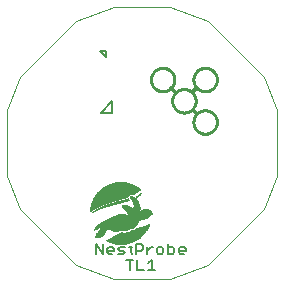
<source format=gto>
G75*
%MOIN*%
%OFA0B0*%
%FSLAX25Y25*%
%IPPOS*%
%LPD*%
%AMOC8*
5,1,8,0,0,1.08239X$1,22.5*
%
%ADD10C,0.00100*%
%ADD11R,0.02170X0.00084*%
%ADD12R,0.03670X0.00083*%
%ADD13R,0.04330X0.00083*%
%ADD14R,0.05170X0.00084*%
%ADD15R,0.05670X0.00083*%
%ADD16R,0.06250X0.00083*%
%ADD17R,0.06670X0.00084*%
%ADD18R,0.07170X0.00083*%
%ADD19R,0.07670X0.00083*%
%ADD20R,0.08020X0.00084*%
%ADD21R,0.08420X0.00083*%
%ADD22R,0.08763X0.00083*%
%ADD23R,0.09133X0.00084*%
%ADD24R,0.09503X0.00083*%
%ADD25R,0.09773X0.00083*%
%ADD26R,0.09883X0.00084*%
%ADD27R,0.09763X0.00083*%
%ADD28R,0.09783X0.00083*%
%ADD29R,0.09713X0.00084*%
%ADD30R,0.09700X0.00083*%
%ADD31R,0.09720X0.00083*%
%ADD32R,0.09670X0.00084*%
%ADD33R,0.09580X0.00083*%
%ADD34R,0.09670X0.00083*%
%ADD35R,0.09580X0.00084*%
%ADD36R,0.09500X0.00084*%
%ADD37R,0.01420X0.00083*%
%ADD38R,0.09500X0.00083*%
%ADD39R,0.01840X0.00083*%
%ADD40R,0.09410X0.00083*%
%ADD41R,0.02090X0.00084*%
%ADD42R,0.09420X0.00084*%
%ADD43R,0.02340X0.00083*%
%ADD44R,0.09330X0.00083*%
%ADD45R,0.02420X0.00083*%
%ADD46R,0.09340X0.00083*%
%ADD47R,0.02590X0.00084*%
%ADD48R,0.09250X0.00084*%
%ADD49R,0.02760X0.00083*%
%ADD50R,0.09160X0.00083*%
%ADD51R,0.02750X0.00083*%
%ADD52R,0.09090X0.00083*%
%ADD53R,0.02830X0.00084*%
%ADD54R,0.09000X0.00084*%
%ADD55R,0.02920X0.00083*%
%ADD56R,0.08910X0.00083*%
%ADD57R,0.02920X0.00083*%
%ADD58R,0.08840X0.00083*%
%ADD59R,0.03000X0.00084*%
%ADD60R,0.08750X0.00084*%
%ADD61R,0.03000X0.00083*%
%ADD62R,0.08660X0.00083*%
%ADD63R,0.08590X0.00083*%
%ADD64R,0.08500X0.00084*%
%ADD65R,0.08250X0.00083*%
%ADD66R,0.02910X0.00084*%
%ADD67R,0.08000X0.00084*%
%ADD68R,0.00500X0.00083*%
%ADD69R,0.06420X0.00083*%
%ADD70R,0.06080X0.00083*%
%ADD71R,0.02840X0.00084*%
%ADD72R,0.05920X0.00084*%
%ADD73R,0.02830X0.00083*%
%ADD74R,0.05750X0.00083*%
%ADD75R,0.05580X0.00083*%
%ADD76R,0.02750X0.00084*%
%ADD77R,0.00500X0.00084*%
%ADD78R,0.05580X0.00084*%
%ADD79R,0.02670X0.00083*%
%ADD80R,0.01250X0.00083*%
%ADD81R,0.05510X0.00083*%
%ADD82R,0.02580X0.00083*%
%ADD83R,0.01750X0.00083*%
%ADD84R,0.05420X0.00083*%
%ADD85R,0.02500X0.00084*%
%ADD86R,0.02170X0.00084*%
%ADD87R,0.01000X0.00084*%
%ADD88R,0.05420X0.00084*%
%ADD89R,0.02420X0.00083*%
%ADD90R,0.02500X0.00083*%
%ADD91R,0.01410X0.00083*%
%ADD92R,0.04660X0.00083*%
%ADD93R,0.00330X0.00084*%
%ADD94R,0.02580X0.00084*%
%ADD95R,0.04420X0.00084*%
%ADD96R,0.00920X0.00083*%
%ADD97R,0.00750X0.00083*%
%ADD98R,0.01580X0.00083*%
%ADD99R,0.06000X0.00083*%
%ADD100R,0.04250X0.00083*%
%ADD101R,0.01160X0.00083*%
%ADD102R,0.00410X0.00083*%
%ADD103R,0.02080X0.00083*%
%ADD104R,0.04080X0.00083*%
%ADD105R,0.01250X0.00084*%
%ADD106R,0.00250X0.00084*%
%ADD107R,0.08920X0.00084*%
%ADD108R,0.04000X0.00084*%
%ADD109R,0.09170X0.00083*%
%ADD110R,0.03910X0.00083*%
%ADD111R,0.01420X0.00083*%
%ADD112R,0.03840X0.00083*%
%ADD113R,0.01500X0.00084*%
%ADD114R,0.09660X0.00084*%
%ADD115R,0.03800X0.00084*%
%ADD116R,0.10750X0.00083*%
%ADD117R,0.03687X0.00083*%
%ADD118R,0.11170X0.00083*%
%ADD119R,0.03397X0.00083*%
%ADD120R,0.01010X0.00084*%
%ADD121R,0.11500X0.00084*%
%ADD122R,0.03117X0.00084*%
%ADD123R,0.00830X0.00083*%
%ADD124R,0.11750X0.00083*%
%ADD125R,0.02917X0.00083*%
%ADD126R,0.00660X0.00083*%
%ADD127R,0.11910X0.00083*%
%ADD128R,0.02627X0.00083*%
%ADD129R,0.12170X0.00084*%
%ADD130R,0.02417X0.00084*%
%ADD131R,0.00340X0.00083*%
%ADD132R,0.12410X0.00083*%
%ADD133R,0.02207X0.00083*%
%ADD134R,0.00160X0.00083*%
%ADD135R,0.12590X0.00083*%
%ADD136R,0.01970X0.00083*%
%ADD137R,0.12750X0.00084*%
%ADD138R,0.01680X0.00084*%
%ADD139R,0.12910X0.00083*%
%ADD140R,0.01470X0.00083*%
%ADD141R,0.13090X0.00083*%
%ADD142R,0.01277X0.00083*%
%ADD143R,0.13170X0.00084*%
%ADD144R,0.01057X0.00084*%
%ADD145R,0.13250X0.00083*%
%ADD146R,0.00937X0.00083*%
%ADD147R,0.13330X0.00083*%
%ADD148R,0.00727X0.00083*%
%ADD149R,0.13250X0.00084*%
%ADD150R,0.00487X0.00084*%
%ADD151R,0.13170X0.00083*%
%ADD152R,0.13000X0.00083*%
%ADD153R,0.12920X0.00084*%
%ADD154R,0.12750X0.00083*%
%ADD155R,0.12580X0.00084*%
%ADD156R,0.12420X0.00083*%
%ADD157R,0.12340X0.00084*%
%ADD158R,0.12250X0.00083*%
%ADD159R,0.12080X0.00083*%
%ADD160R,0.11920X0.00084*%
%ADD161R,0.11580X0.00084*%
%ADD162R,0.11410X0.00083*%
%ADD163R,0.00170X0.00083*%
%ADD164R,0.11330X0.00083*%
%ADD165R,0.00250X0.00083*%
%ADD166R,0.11160X0.00084*%
%ADD167R,0.00340X0.00084*%
%ADD168R,0.11000X0.00083*%
%ADD169R,0.10830X0.00083*%
%ADD170R,0.00670X0.00083*%
%ADD171R,0.10670X0.00084*%
%ADD172R,0.00920X0.00084*%
%ADD173R,0.10500X0.00083*%
%ADD174R,0.01170X0.00083*%
%ADD175R,0.10330X0.00083*%
%ADD176R,0.01760X0.00083*%
%ADD177R,0.10160X0.00084*%
%ADD178R,0.10000X0.00083*%
%ADD179R,0.09830X0.00083*%
%ADD180R,0.02590X0.00083*%
%ADD181R,0.09250X0.00083*%
%ADD182R,0.09160X0.00084*%
%ADD183R,0.03090X0.00084*%
%ADD184R,0.03170X0.00083*%
%ADD185R,0.08750X0.00083*%
%ADD186R,0.03250X0.00083*%
%ADD187R,0.05250X0.00084*%
%ADD188R,0.03080X0.00084*%
%ADD189R,0.03420X0.00084*%
%ADD190R,0.05000X0.00083*%
%ADD191R,0.03080X0.00083*%
%ADD192R,0.03500X0.00083*%
%ADD193R,0.04670X0.00083*%
%ADD194R,0.03580X0.00083*%
%ADD195R,0.04250X0.00084*%
%ADD196R,0.03750X0.00084*%
%ADD197R,0.04000X0.00083*%
%ADD198R,0.03090X0.00083*%
%ADD199R,0.03830X0.00083*%
%ADD200R,0.03160X0.00084*%
%ADD201R,0.04090X0.00084*%
%ADD202R,0.04340X0.00083*%
%ADD203R,0.02170X0.00083*%
%ADD204R,0.03160X0.00083*%
%ADD205R,0.04750X0.00083*%
%ADD206R,0.01410X0.00084*%
%ADD207R,0.04920X0.00084*%
%ADD208R,0.04920X0.00083*%
%ADD209R,0.04910X0.00083*%
%ADD210R,0.03170X0.00084*%
%ADD211R,0.05000X0.00084*%
%ADD212R,0.04920X0.00083*%
%ADD213R,0.03170X0.00084*%
%ADD214R,0.03170X0.00083*%
%ADD215R,0.00080X0.00083*%
%ADD216R,0.00170X0.00084*%
%ADD217R,0.03420X0.00084*%
%ADD218R,0.01170X0.00084*%
%ADD219R,0.00253X0.00083*%
%ADD220R,0.01080X0.00083*%
%ADD221R,0.00328X0.00084*%
%ADD222R,0.01170X0.00084*%
%ADD223R,0.03670X0.00084*%
%ADD224R,0.00403X0.00083*%
%ADD225R,0.00420X0.00083*%
%ADD226R,0.00565X0.00083*%
%ADD227R,0.01330X0.00083*%
%ADD228R,0.00639X0.00084*%
%ADD229R,0.03250X0.00084*%
%ADD230R,0.00804X0.00083*%
%ADD231R,0.00590X0.00083*%
%ADD232R,0.01500X0.00083*%
%ADD233R,0.00873X0.00083*%
%ADD234R,0.01033X0.00084*%
%ADD235R,0.00750X0.00084*%
%ADD236R,0.01660X0.00084*%
%ADD237R,0.02160X0.00084*%
%ADD238R,0.01103X0.00083*%
%ADD239R,0.01660X0.00083*%
%ADD240R,0.01273X0.00083*%
%ADD241R,0.00910X0.00083*%
%ADD242R,0.02000X0.00083*%
%ADD243R,0.01443X0.00084*%
%ADD244R,0.01523X0.00083*%
%ADD245R,0.01000X0.00083*%
%ADD246R,0.01683X0.00083*%
%ADD247R,0.02250X0.00083*%
%ADD248R,0.01853X0.00084*%
%ADD249R,0.01090X0.00084*%
%ADD250R,0.02420X0.00084*%
%ADD251R,0.02023X0.00083*%
%ADD252R,0.02193X0.00083*%
%ADD253R,0.02330X0.00084*%
%ADD254R,0.01340X0.00084*%
%ADD255R,0.02500X0.00083*%
%ADD256R,0.02670X0.00083*%
%ADD257R,0.02330X0.00083*%
%ADD258R,0.01580X0.00084*%
%ADD259R,0.02660X0.00084*%
%ADD260R,0.03340X0.00084*%
%ADD261R,0.01830X0.00084*%
%ADD262R,0.02000X0.00084*%
%ADD263R,0.01910X0.00083*%
%ADD264R,0.01670X0.00083*%
%ADD265R,0.03830X0.00084*%
%ADD266R,0.02250X0.00084*%
%ADD267R,0.04000X0.00083*%
%ADD268R,0.02170X0.00083*%
%ADD269R,0.04250X0.00083*%
%ADD270R,0.02160X0.00083*%
%ADD271R,0.02240X0.00083*%
%ADD272R,0.02240X0.00084*%
%ADD273R,0.05340X0.00083*%
%ADD274R,0.05500X0.00083*%
%ADD275R,0.05750X0.00084*%
%ADD276R,0.06500X0.00084*%
%ADD277R,0.06750X0.00083*%
%ADD278R,0.07000X0.00083*%
%ADD279R,0.07170X0.00084*%
%ADD280R,0.07500X0.00083*%
%ADD281R,0.07660X0.00083*%
%ADD282R,0.02090X0.00083*%
%ADD283R,0.02920X0.00084*%
%ADD284R,0.08500X0.00083*%
%ADD285R,0.01920X0.00084*%
%ADD286R,0.08920X0.00083*%
%ADD287R,0.09170X0.00083*%
%ADD288R,0.01920X0.00083*%
%ADD289R,0.09420X0.00084*%
%ADD290R,0.00830X0.00084*%
%ADD291R,0.01840X0.00084*%
%ADD292R,0.01830X0.00083*%
%ADD293R,0.10090X0.00084*%
%ADD294R,0.01760X0.00084*%
%ADD295R,0.10340X0.00083*%
%ADD296R,0.01670X0.00083*%
%ADD297R,0.10750X0.00084*%
%ADD298R,0.11170X0.00084*%
%ADD299R,0.11250X0.00083*%
%ADD300R,0.00840X0.00083*%
%ADD301R,0.11170X0.00084*%
%ADD302R,0.00510X0.00084*%
%ADD303R,0.00840X0.00084*%
%ADD304R,0.11170X0.00083*%
%ADD305R,0.00580X0.00084*%
%ADD306R,0.00420X0.00083*%
%ADD307R,0.11330X0.00084*%
%ADD308R,0.00330X0.00083*%
%ADD309R,0.12500X0.00083*%
%ADD310R,0.12590X0.00084*%
%ADD311R,0.12830X0.00084*%
%ADD312R,0.12920X0.00083*%
%ADD313R,0.13000X0.00084*%
%ADD314R,0.13080X0.00083*%
%ADD315R,0.13170X0.00084*%
%ADD316R,0.13170X0.00083*%
%ADD317R,0.13330X0.00084*%
%ADD318R,0.13340X0.00083*%
%ADD319R,0.13360X0.00083*%
%ADD320R,0.13320X0.00084*%
%ADD321R,0.13200X0.00083*%
%ADD322R,0.12930X0.00083*%
%ADD323R,0.12710X0.00084*%
%ADD324R,0.12490X0.00083*%
%ADD325R,0.12220X0.00083*%
%ADD326R,0.12030X0.00084*%
%ADD327R,0.11830X0.00083*%
%ADD328R,0.11500X0.00083*%
%ADD329R,0.11250X0.00084*%
%ADD330R,0.10670X0.00083*%
%ADD331R,0.10500X0.00084*%
%ADD332R,0.10170X0.00083*%
%ADD333R,0.09590X0.00084*%
%ADD334R,0.09000X0.00083*%
%ADD335R,0.08170X0.00083*%
%ADD336R,0.07750X0.00083*%
%ADD337R,0.07330X0.00084*%
%ADD338R,0.06830X0.00083*%
%ADD339R,0.06330X0.00083*%
%ADD340R,0.05830X0.00084*%
%ADD341R,0.05170X0.00083*%
%ADD342R,0.04670X0.00083*%
%ADD343C,0.00600*%
%ADD344C,0.00500*%
%ADD345C,0.01000*%
%ADD346C,0.01200*%
D10*
X0012350Y0030950D02*
X0008050Y0041950D01*
X0008050Y0064150D01*
X0012350Y0075150D01*
X0030950Y0093750D01*
X0043650Y0098450D01*
X0062450Y0098450D01*
X0075150Y0093750D01*
X0093750Y0075150D01*
X0098050Y0064150D01*
X0098050Y0041950D01*
X0093750Y0030950D01*
X0075150Y0012350D01*
X0062450Y0007650D01*
X0043650Y0007650D01*
X0030950Y0012350D01*
X0012350Y0030950D01*
D11*
X0042098Y0032037D03*
X0051098Y0032787D03*
X0053348Y0027537D03*
X0046098Y0019037D03*
D12*
X0046098Y0019120D03*
D13*
X0046098Y0019203D03*
D14*
X0046098Y0019287D03*
D15*
X0046098Y0019370D03*
D16*
X0046058Y0019453D03*
X0045638Y0023953D03*
X0039478Y0032953D03*
D17*
X0046098Y0019537D03*
D18*
X0046098Y0019620D03*
D19*
X0046098Y0019703D03*
D20*
X0046093Y0019787D03*
D21*
X0046143Y0019870D03*
D22*
X0046131Y0019953D03*
D23*
X0046116Y0020037D03*
D24*
X0046101Y0020120D03*
D25*
X0046126Y0020203D03*
D26*
X0046241Y0020287D03*
D27*
X0046381Y0020370D03*
D28*
X0046541Y0020453D03*
D29*
X0046656Y0020537D03*
D30*
X0046833Y0020620D03*
D31*
X0046993Y0020703D03*
D32*
X0047098Y0020787D03*
D33*
X0047223Y0020870D03*
X0047723Y0021203D03*
X0041723Y0034120D03*
D34*
X0047598Y0021120D03*
X0047348Y0020953D03*
D35*
X0047473Y0021037D03*
D36*
X0047853Y0021287D03*
D37*
X0038393Y0021370D03*
X0037893Y0024120D03*
X0038143Y0024370D03*
D38*
X0047263Y0027870D03*
X0047933Y0021370D03*
D39*
X0051683Y0030620D03*
X0038513Y0021453D03*
D40*
X0044308Y0024203D03*
X0048058Y0021453D03*
D41*
X0038638Y0021537D03*
X0050808Y0033537D03*
X0051558Y0030787D03*
D42*
X0048223Y0021537D03*
D43*
X0047183Y0023703D03*
X0038763Y0021620D03*
D44*
X0048348Y0021620D03*
D45*
X0038803Y0021703D03*
X0051393Y0031120D03*
X0051393Y0031203D03*
X0051393Y0031370D03*
D46*
X0048433Y0021703D03*
D47*
X0038888Y0021787D03*
X0043808Y0032537D03*
D48*
X0048558Y0021787D03*
D49*
X0038973Y0021870D03*
D50*
X0048683Y0021870D03*
D51*
X0039808Y0023203D03*
X0039058Y0021953D03*
X0044058Y0032620D03*
X0044388Y0032703D03*
X0054388Y0030370D03*
D52*
X0048808Y0021953D03*
D53*
X0039098Y0022037D03*
X0037348Y0031537D03*
X0046518Y0033287D03*
D54*
X0048933Y0022037D03*
D55*
X0039643Y0022870D03*
X0039643Y0022953D03*
X0039143Y0022120D03*
X0045893Y0033120D03*
D56*
X0047558Y0028120D03*
X0049058Y0022120D03*
D57*
X0053723Y0027870D03*
X0047973Y0031370D03*
X0039473Y0022620D03*
X0039223Y0022203D03*
X0037473Y0031620D03*
D58*
X0049183Y0022203D03*
D59*
X0044263Y0023787D03*
X0039433Y0022537D03*
X0039263Y0022287D03*
X0048103Y0031287D03*
X0045603Y0033037D03*
D60*
X0041138Y0033787D03*
X0049308Y0022287D03*
D61*
X0053763Y0027953D03*
X0046853Y0033370D03*
X0045263Y0032953D03*
X0039513Y0022703D03*
X0039353Y0022453D03*
X0039353Y0022370D03*
D62*
X0049433Y0022370D03*
D63*
X0049558Y0022453D03*
D64*
X0049683Y0022537D03*
X0046103Y0038787D03*
D65*
X0040808Y0033620D03*
X0049808Y0022620D03*
X0049978Y0022703D03*
D66*
X0039558Y0022787D03*
D67*
X0050103Y0022787D03*
X0040603Y0033537D03*
D68*
X0037603Y0030203D03*
X0046513Y0022870D03*
X0052513Y0027120D03*
X0048433Y0034120D03*
X0052263Y0035370D03*
X0046103Y0039703D03*
D69*
X0050973Y0022870D03*
D70*
X0051223Y0022953D03*
D71*
X0044683Y0032787D03*
X0039683Y0023037D03*
D72*
X0051393Y0023037D03*
D73*
X0044268Y0023703D03*
X0039768Y0023120D03*
X0047928Y0031453D03*
X0047098Y0033453D03*
X0045018Y0032870D03*
X0046098Y0039620D03*
D74*
X0051478Y0023120D03*
D75*
X0051643Y0023203D03*
D76*
X0053638Y0027787D03*
X0039808Y0023287D03*
D77*
X0038183Y0024787D03*
X0037763Y0030287D03*
X0044353Y0023287D03*
X0051513Y0034787D03*
D78*
X0051723Y0023287D03*
D79*
X0039848Y0023370D03*
D80*
X0038138Y0024453D03*
X0044308Y0023370D03*
X0039728Y0031203D03*
X0049888Y0034703D03*
X0051808Y0030120D03*
X0054478Y0030703D03*
D81*
X0051848Y0023370D03*
D82*
X0046473Y0028870D03*
X0043473Y0032453D03*
X0047643Y0033620D03*
X0039893Y0023453D03*
D83*
X0044308Y0023453D03*
X0047228Y0023620D03*
X0041058Y0031703D03*
X0040808Y0031620D03*
X0050308Y0034203D03*
D84*
X0052053Y0023620D03*
X0051893Y0023453D03*
D85*
X0039933Y0023537D03*
D86*
X0044268Y0023537D03*
X0051018Y0033037D03*
D87*
X0047263Y0023537D03*
X0039433Y0023787D03*
D88*
X0051973Y0023537D03*
D89*
X0053473Y0027620D03*
X0039973Y0023620D03*
D90*
X0044263Y0023620D03*
X0047683Y0031620D03*
X0043183Y0032370D03*
X0054433Y0030453D03*
D91*
X0039558Y0023703D03*
D92*
X0052433Y0023703D03*
D93*
X0037518Y0023787D03*
X0037348Y0030037D03*
D94*
X0047143Y0023787D03*
D95*
X0052643Y0023787D03*
X0038393Y0032287D03*
D96*
X0037643Y0023870D03*
D97*
X0039388Y0023870D03*
X0038388Y0030620D03*
D98*
X0041223Y0023870D03*
X0051723Y0030453D03*
D99*
X0045603Y0023870D03*
X0039353Y0032870D03*
D100*
X0052808Y0023870D03*
D101*
X0048183Y0033953D03*
X0037683Y0023953D03*
D102*
X0039308Y0023953D03*
D103*
X0041223Y0023953D03*
X0050893Y0033370D03*
X0050973Y0033120D03*
X0050723Y0033620D03*
D104*
X0052893Y0023953D03*
D105*
X0037808Y0024037D03*
D106*
X0039308Y0024037D03*
X0049978Y0035537D03*
X0052808Y0035787D03*
D107*
X0044393Y0024037D03*
D108*
X0053013Y0024037D03*
D109*
X0044348Y0024120D03*
X0046098Y0038620D03*
D110*
X0054058Y0028703D03*
X0053058Y0024120D03*
D111*
X0049973Y0034620D03*
X0037973Y0024203D03*
D112*
X0053183Y0024203D03*
D113*
X0050013Y0034537D03*
X0038103Y0024287D03*
D114*
X0044263Y0024287D03*
X0047183Y0027787D03*
D115*
X0053253Y0024287D03*
D116*
X0044638Y0024370D03*
D117*
X0053356Y0024370D03*
D118*
X0044768Y0024453D03*
X0043018Y0034953D03*
X0043268Y0035370D03*
D119*
X0053551Y0024453D03*
D120*
X0038098Y0024537D03*
D121*
X0044763Y0024537D03*
D122*
X0053741Y0024537D03*
D123*
X0051518Y0034870D03*
X0051848Y0035120D03*
X0038098Y0024620D03*
D124*
X0044808Y0024620D03*
X0046138Y0026703D03*
D125*
X0053891Y0024620D03*
D126*
X0052013Y0035203D03*
X0038183Y0024703D03*
D127*
X0044808Y0024703D03*
X0046058Y0026620D03*
D128*
X0054076Y0024703D03*
D129*
X0044848Y0024787D03*
D130*
X0054221Y0024787D03*
D131*
X0038183Y0024870D03*
X0037183Y0029953D03*
D132*
X0044058Y0035620D03*
X0044808Y0024870D03*
D133*
X0054366Y0024870D03*
D134*
X0038183Y0024953D03*
D135*
X0044808Y0024953D03*
X0045558Y0026120D03*
D136*
X0054498Y0024953D03*
D137*
X0044808Y0025037D03*
D138*
X0054693Y0025037D03*
D139*
X0045308Y0025870D03*
X0044808Y0025120D03*
D140*
X0054838Y0025120D03*
D141*
X0044808Y0025203D03*
X0045058Y0036370D03*
D142*
X0054991Y0025203D03*
D143*
X0044848Y0025287D03*
D144*
X0055131Y0025287D03*
D145*
X0044808Y0025370D03*
X0045388Y0036703D03*
X0045638Y0036870D03*
D146*
X0055231Y0025370D03*
D147*
X0044848Y0025453D03*
X0045768Y0036953D03*
D148*
X0055376Y0025453D03*
D149*
X0044978Y0025537D03*
D150*
X0055506Y0025537D03*
D151*
X0045018Y0025620D03*
D152*
X0045103Y0025703D03*
X0044853Y0036203D03*
D153*
X0045223Y0025787D03*
D154*
X0045388Y0025953D03*
X0044388Y0035870D03*
X0044478Y0035953D03*
D155*
X0045473Y0026037D03*
D156*
X0045643Y0026203D03*
D157*
X0045683Y0026287D03*
D158*
X0045808Y0026370D03*
D159*
X0045893Y0026453D03*
D160*
X0045973Y0026537D03*
D161*
X0046223Y0026787D03*
D162*
X0046308Y0026870D03*
D163*
X0052348Y0026870D03*
X0053098Y0036120D03*
D164*
X0046348Y0026953D03*
D165*
X0052388Y0026953D03*
X0051478Y0034703D03*
X0052728Y0035703D03*
X0052888Y0035870D03*
X0037058Y0029870D03*
D166*
X0046433Y0027037D03*
D167*
X0052433Y0027037D03*
X0052513Y0035537D03*
D168*
X0046103Y0038120D03*
X0042763Y0034703D03*
X0046513Y0027120D03*
D169*
X0046598Y0027203D03*
X0042598Y0034620D03*
D170*
X0052598Y0027203D03*
D171*
X0046678Y0027287D03*
D172*
X0052723Y0027287D03*
X0038723Y0030787D03*
D173*
X0042353Y0034453D03*
X0046763Y0027370D03*
D174*
X0052928Y0027370D03*
X0055768Y0029870D03*
X0039518Y0031120D03*
D175*
X0046848Y0027453D03*
D176*
X0053223Y0027453D03*
D177*
X0046933Y0027537D03*
D178*
X0047013Y0027620D03*
D179*
X0047098Y0027703D03*
X0041848Y0034203D03*
X0046098Y0038453D03*
D180*
X0053558Y0027703D03*
D181*
X0047388Y0027953D03*
D182*
X0047433Y0028037D03*
D183*
X0050308Y0028537D03*
X0053808Y0028037D03*
D184*
X0053848Y0028120D03*
X0050098Y0029120D03*
X0049598Y0029870D03*
X0048598Y0030870D03*
X0048348Y0031120D03*
X0037598Y0031703D03*
D185*
X0047638Y0028203D03*
D186*
X0049388Y0030120D03*
X0049308Y0030203D03*
X0049138Y0030370D03*
X0049058Y0030453D03*
X0048888Y0030620D03*
X0048808Y0030703D03*
X0053888Y0028203D03*
X0054388Y0030203D03*
D187*
X0046138Y0028287D03*
D188*
X0050143Y0029037D03*
X0050223Y0028787D03*
X0050393Y0028287D03*
X0054393Y0030287D03*
D189*
X0053893Y0028287D03*
D190*
X0046183Y0028370D03*
D191*
X0048223Y0031203D03*
X0049893Y0029453D03*
X0050223Y0028870D03*
X0050393Y0028453D03*
X0050393Y0028370D03*
X0046223Y0033203D03*
D192*
X0046433Y0028703D03*
X0053183Y0029870D03*
X0054353Y0030120D03*
X0053933Y0028370D03*
X0037763Y0031870D03*
D193*
X0038518Y0032370D03*
X0046268Y0028453D03*
D194*
X0053143Y0029953D03*
X0053973Y0028453D03*
X0037893Y0031953D03*
D195*
X0046308Y0028537D03*
D196*
X0053978Y0028537D03*
D197*
X0046353Y0028620D03*
D198*
X0050058Y0029203D03*
X0050308Y0028703D03*
X0050308Y0028620D03*
D199*
X0054018Y0028620D03*
D200*
X0049683Y0029787D03*
X0049433Y0030037D03*
X0048683Y0030787D03*
X0048433Y0031037D03*
X0046433Y0028787D03*
D201*
X0054058Y0028787D03*
D202*
X0054183Y0028870D03*
D203*
X0051518Y0030870D03*
X0046518Y0028953D03*
D204*
X0049683Y0029703D03*
X0049933Y0029370D03*
X0050183Y0028953D03*
D205*
X0054308Y0028953D03*
D206*
X0051808Y0030287D03*
X0046558Y0029037D03*
D207*
X0054143Y0029537D03*
X0054393Y0029037D03*
D208*
X0054393Y0029120D03*
X0054143Y0029453D03*
X0038643Y0032453D03*
D209*
X0054058Y0029620D03*
X0054308Y0029203D03*
D210*
X0050018Y0029287D03*
D211*
X0054263Y0029287D03*
X0038763Y0032537D03*
D212*
X0053973Y0029703D03*
X0054223Y0029370D03*
D213*
X0049848Y0029537D03*
D214*
X0049768Y0029620D03*
X0049518Y0029953D03*
X0048518Y0030953D03*
D215*
X0048643Y0034203D03*
X0052973Y0035953D03*
X0036803Y0029703D03*
D216*
X0036928Y0029787D03*
X0053018Y0036037D03*
D217*
X0053223Y0029787D03*
D218*
X0055768Y0029787D03*
D219*
X0035976Y0029953D03*
D220*
X0047223Y0031953D03*
X0055723Y0029953D03*
D221*
X0036019Y0030037D03*
D222*
X0049848Y0034787D03*
X0051848Y0030037D03*
D223*
X0054348Y0030037D03*
X0046098Y0039537D03*
D224*
X0036061Y0030120D03*
D225*
X0037473Y0030120D03*
D226*
X0036150Y0030203D03*
D227*
X0040098Y0031370D03*
X0051848Y0030203D03*
D228*
X0036193Y0030287D03*
D229*
X0048978Y0030537D03*
X0049228Y0030287D03*
D230*
X0036281Y0030370D03*
D231*
X0037888Y0030370D03*
X0038058Y0030453D03*
D232*
X0040353Y0031453D03*
X0048103Y0033870D03*
X0051763Y0030370D03*
D233*
X0036326Y0030453D03*
D234*
X0036416Y0030537D03*
D235*
X0038228Y0030537D03*
D236*
X0051683Y0030537D03*
D237*
X0051263Y0032287D03*
X0050933Y0033287D03*
X0054433Y0030537D03*
D238*
X0036461Y0030620D03*
D239*
X0054433Y0030620D03*
D240*
X0036546Y0030703D03*
D241*
X0038558Y0030703D03*
X0051558Y0034953D03*
D242*
X0050683Y0033703D03*
X0051603Y0030703D03*
D243*
X0036631Y0030787D03*
D244*
X0036671Y0030870D03*
D245*
X0038933Y0030870D03*
X0039103Y0030953D03*
X0049763Y0034870D03*
D246*
X0036751Y0030953D03*
D247*
X0047558Y0031703D03*
X0051138Y0032703D03*
X0051308Y0032203D03*
X0051308Y0032120D03*
X0051308Y0031953D03*
X0051478Y0030953D03*
D248*
X0036836Y0031037D03*
D249*
X0039308Y0031037D03*
D250*
X0042893Y0032287D03*
X0051393Y0031287D03*
X0051393Y0031037D03*
D251*
X0036921Y0031120D03*
D252*
X0037006Y0031203D03*
D253*
X0037098Y0031287D03*
X0051348Y0031537D03*
X0051348Y0031787D03*
D254*
X0039933Y0031287D03*
D255*
X0037183Y0031370D03*
D256*
X0037268Y0031453D03*
D257*
X0042598Y0032203D03*
X0047768Y0033703D03*
X0051348Y0031870D03*
X0051348Y0031703D03*
X0051348Y0031620D03*
X0051348Y0031453D03*
D258*
X0040553Y0031537D03*
D259*
X0047763Y0031537D03*
D260*
X0037683Y0031787D03*
D261*
X0041268Y0031787D03*
D262*
X0047433Y0031787D03*
X0050603Y0033787D03*
D263*
X0050558Y0033870D03*
X0041808Y0031953D03*
X0041558Y0031870D03*
D264*
X0047348Y0031870D03*
X0050098Y0034453D03*
D265*
X0038018Y0032037D03*
D266*
X0051308Y0032037D03*
D267*
X0038103Y0032120D03*
D268*
X0042348Y0032120D03*
X0051098Y0032870D03*
X0051098Y0032953D03*
D269*
X0038228Y0032203D03*
D270*
X0050933Y0033203D03*
X0051183Y0032620D03*
X0051263Y0032370D03*
D271*
X0051223Y0032453D03*
D272*
X0051223Y0032537D03*
D273*
X0038933Y0032620D03*
D274*
X0039013Y0032703D03*
D275*
X0039228Y0032787D03*
D276*
X0039683Y0033037D03*
D277*
X0039808Y0033120D03*
D278*
X0040013Y0033203D03*
D279*
X0040098Y0033287D03*
D280*
X0040263Y0033370D03*
D281*
X0040433Y0033453D03*
D282*
X0050808Y0033453D03*
D283*
X0047393Y0033537D03*
D284*
X0040933Y0033703D03*
D285*
X0047893Y0033787D03*
D286*
X0041223Y0033870D03*
D287*
X0041428Y0033953D03*
D288*
X0050473Y0033953D03*
D289*
X0041553Y0034037D03*
D290*
X0048348Y0034037D03*
D291*
X0050433Y0034037D03*
D292*
X0050348Y0034120D03*
D293*
X0042058Y0034287D03*
D294*
X0050223Y0034287D03*
D295*
X0042183Y0034370D03*
D296*
X0050178Y0034370D03*
D297*
X0042478Y0034537D03*
D298*
X0042848Y0034787D03*
D299*
X0042978Y0034870D03*
X0043308Y0035453D03*
D300*
X0049683Y0034953D03*
D301*
X0043178Y0035287D03*
X0043018Y0035037D03*
D302*
X0049598Y0035037D03*
D303*
X0051683Y0035037D03*
D304*
X0043098Y0035120D03*
X0043098Y0035203D03*
D305*
X0052143Y0035287D03*
D306*
X0052393Y0035453D03*
D307*
X0043428Y0035537D03*
D308*
X0052598Y0035620D03*
D309*
X0044183Y0035703D03*
D310*
X0044308Y0035787D03*
D311*
X0044598Y0036037D03*
D312*
X0044723Y0036120D03*
D313*
X0044933Y0036287D03*
D314*
X0045143Y0036453D03*
D315*
X0045268Y0036537D03*
D316*
X0045348Y0036620D03*
D317*
X0045518Y0036787D03*
X0045848Y0037037D03*
D318*
X0045933Y0037120D03*
D319*
X0046033Y0037203D03*
D320*
X0046093Y0037287D03*
D321*
X0046113Y0037370D03*
D322*
X0046148Y0037453D03*
D323*
X0046118Y0037537D03*
D324*
X0046098Y0037620D03*
D325*
X0046123Y0037703D03*
D326*
X0046118Y0037787D03*
D327*
X0046098Y0037870D03*
D328*
X0046103Y0037953D03*
D329*
X0046058Y0038037D03*
D330*
X0046098Y0038203D03*
D331*
X0046103Y0038287D03*
D332*
X0046098Y0038370D03*
D333*
X0046058Y0038537D03*
D334*
X0046103Y0038703D03*
D335*
X0046098Y0038870D03*
D336*
X0046058Y0038953D03*
D337*
X0046098Y0039037D03*
D338*
X0046098Y0039120D03*
D339*
X0046098Y0039203D03*
D340*
X0046098Y0039287D03*
D341*
X0046098Y0039370D03*
D342*
X0046098Y0039453D03*
D343*
X0051201Y0019353D02*
X0052903Y0019353D01*
X0053470Y0018786D01*
X0053470Y0017651D01*
X0052903Y0017084D01*
X0051201Y0017084D01*
X0051201Y0015950D02*
X0051201Y0019353D01*
X0049880Y0018219D02*
X0048746Y0018219D01*
X0049313Y0018786D02*
X0049313Y0016517D01*
X0049880Y0015950D01*
X0050094Y0014153D02*
X0047825Y0014153D01*
X0048960Y0014153D02*
X0048960Y0010750D01*
X0051508Y0010750D02*
X0053777Y0010750D01*
X0055192Y0010750D02*
X0057460Y0010750D01*
X0056326Y0010750D02*
X0056326Y0014153D01*
X0055192Y0013019D01*
X0054885Y0015950D02*
X0054885Y0018219D01*
X0056019Y0018219D02*
X0054885Y0017084D01*
X0056019Y0018219D02*
X0056586Y0018219D01*
X0057954Y0017651D02*
X0057954Y0016517D01*
X0058521Y0015950D01*
X0059655Y0015950D01*
X0060223Y0016517D01*
X0060223Y0017651D01*
X0059655Y0018219D01*
X0058521Y0018219D01*
X0057954Y0017651D01*
X0061637Y0018219D02*
X0063339Y0018219D01*
X0063906Y0017651D01*
X0063906Y0016517D01*
X0063339Y0015950D01*
X0061637Y0015950D01*
X0061637Y0019353D01*
X0065320Y0017651D02*
X0065320Y0016517D01*
X0065887Y0015950D01*
X0067022Y0015950D01*
X0067589Y0017084D02*
X0065320Y0017084D01*
X0065320Y0017651D02*
X0065887Y0018219D01*
X0067022Y0018219D01*
X0067589Y0017651D01*
X0067589Y0017084D01*
X0051508Y0014153D02*
X0051508Y0010750D01*
X0046764Y0015950D02*
X0047332Y0016517D01*
X0046764Y0017084D01*
X0045630Y0017084D01*
X0045063Y0017651D01*
X0045630Y0018219D01*
X0047332Y0018219D01*
X0046764Y0015950D02*
X0045063Y0015950D01*
X0043648Y0017084D02*
X0041380Y0017084D01*
X0041380Y0016517D02*
X0041380Y0017651D01*
X0041947Y0018219D01*
X0043081Y0018219D01*
X0043648Y0017651D01*
X0043648Y0017084D01*
X0043081Y0015950D02*
X0041947Y0015950D01*
X0041380Y0016517D01*
X0039965Y0015950D02*
X0039965Y0019353D01*
X0037697Y0019353D02*
X0039965Y0015950D01*
X0037697Y0015950D02*
X0037697Y0019353D01*
D344*
X0039270Y0062893D02*
X0043207Y0062893D01*
X0043207Y0066830D01*
X0039270Y0062893D01*
X0041144Y0081676D02*
X0039176Y0083644D01*
X0041144Y0083644D01*
X0041144Y0081676D01*
D345*
X0056074Y0074121D02*
X0056076Y0074246D01*
X0056082Y0074370D01*
X0056092Y0074494D01*
X0056106Y0074618D01*
X0056124Y0074741D01*
X0056145Y0074864D01*
X0056171Y0074986D01*
X0056200Y0075107D01*
X0056234Y0075227D01*
X0056271Y0075345D01*
X0056312Y0075463D01*
X0056357Y0075579D01*
X0056405Y0075694D01*
X0056457Y0075807D01*
X0056512Y0075919D01*
X0056572Y0076028D01*
X0056634Y0076136D01*
X0056700Y0076242D01*
X0056769Y0076345D01*
X0056842Y0076446D01*
X0056918Y0076545D01*
X0056997Y0076642D01*
X0057078Y0076735D01*
X0057163Y0076827D01*
X0057251Y0076915D01*
X0057341Y0077001D01*
X0057435Y0077083D01*
X0057530Y0077163D01*
X0057629Y0077239D01*
X0057729Y0077313D01*
X0057832Y0077383D01*
X0057937Y0077450D01*
X0058045Y0077513D01*
X0058154Y0077573D01*
X0058265Y0077630D01*
X0058377Y0077682D01*
X0058492Y0077732D01*
X0058608Y0077777D01*
X0058725Y0077819D01*
X0058844Y0077857D01*
X0058963Y0077892D01*
X0059084Y0077922D01*
X0059206Y0077949D01*
X0059328Y0077971D01*
X0059451Y0077990D01*
X0059575Y0078005D01*
X0059699Y0078016D01*
X0059823Y0078023D01*
X0059948Y0078026D01*
X0060072Y0078025D01*
X0060197Y0078020D01*
X0060321Y0078011D01*
X0060445Y0077998D01*
X0060568Y0077981D01*
X0060691Y0077961D01*
X0060813Y0077936D01*
X0060934Y0077907D01*
X0061055Y0077875D01*
X0061174Y0077839D01*
X0061292Y0077799D01*
X0061408Y0077755D01*
X0061524Y0077708D01*
X0061637Y0077656D01*
X0061749Y0077602D01*
X0061859Y0077544D01*
X0061967Y0077482D01*
X0062074Y0077417D01*
X0062178Y0077348D01*
X0062279Y0077277D01*
X0062379Y0077202D01*
X0062476Y0077123D01*
X0062570Y0077042D01*
X0062662Y0076958D01*
X0062751Y0076871D01*
X0062838Y0076781D01*
X0062921Y0076689D01*
X0063001Y0076594D01*
X0063079Y0076496D01*
X0063153Y0076396D01*
X0063224Y0076294D01*
X0063291Y0076189D01*
X0063356Y0076082D01*
X0063416Y0075974D01*
X0063474Y0075863D01*
X0063528Y0075751D01*
X0063578Y0075637D01*
X0063624Y0075521D01*
X0063667Y0075404D01*
X0063706Y0075286D01*
X0063741Y0075167D01*
X0063773Y0075046D01*
X0063800Y0074925D01*
X0063824Y0074803D01*
X0063844Y0074680D01*
X0063860Y0074556D01*
X0063872Y0074432D01*
X0063880Y0074308D01*
X0063884Y0074183D01*
X0063884Y0074059D01*
X0063880Y0073934D01*
X0063872Y0073810D01*
X0063860Y0073686D01*
X0063844Y0073562D01*
X0063824Y0073439D01*
X0063800Y0073317D01*
X0063773Y0073196D01*
X0063741Y0073075D01*
X0063706Y0072956D01*
X0063667Y0072838D01*
X0063624Y0072721D01*
X0063578Y0072605D01*
X0063528Y0072491D01*
X0063474Y0072379D01*
X0063416Y0072268D01*
X0063356Y0072160D01*
X0063291Y0072053D01*
X0063224Y0071948D01*
X0063153Y0071846D01*
X0063079Y0071746D01*
X0063001Y0071648D01*
X0062921Y0071553D01*
X0062838Y0071461D01*
X0062751Y0071371D01*
X0062662Y0071284D01*
X0062570Y0071200D01*
X0062476Y0071119D01*
X0062379Y0071040D01*
X0062279Y0070965D01*
X0062178Y0070894D01*
X0062074Y0070825D01*
X0061967Y0070760D01*
X0061859Y0070698D01*
X0061749Y0070640D01*
X0061637Y0070586D01*
X0061524Y0070534D01*
X0061408Y0070487D01*
X0061292Y0070443D01*
X0061174Y0070403D01*
X0061055Y0070367D01*
X0060934Y0070335D01*
X0060813Y0070306D01*
X0060691Y0070281D01*
X0060568Y0070261D01*
X0060445Y0070244D01*
X0060321Y0070231D01*
X0060197Y0070222D01*
X0060072Y0070217D01*
X0059948Y0070216D01*
X0059823Y0070219D01*
X0059699Y0070226D01*
X0059575Y0070237D01*
X0059451Y0070252D01*
X0059328Y0070271D01*
X0059206Y0070293D01*
X0059084Y0070320D01*
X0058963Y0070350D01*
X0058844Y0070385D01*
X0058725Y0070423D01*
X0058608Y0070465D01*
X0058492Y0070510D01*
X0058377Y0070560D01*
X0058265Y0070612D01*
X0058154Y0070669D01*
X0058045Y0070729D01*
X0057937Y0070792D01*
X0057832Y0070859D01*
X0057729Y0070929D01*
X0057629Y0071003D01*
X0057530Y0071079D01*
X0057435Y0071159D01*
X0057341Y0071241D01*
X0057251Y0071327D01*
X0057163Y0071415D01*
X0057078Y0071507D01*
X0056997Y0071600D01*
X0056918Y0071697D01*
X0056842Y0071796D01*
X0056769Y0071897D01*
X0056700Y0072000D01*
X0056634Y0072106D01*
X0056572Y0072214D01*
X0056512Y0072323D01*
X0056457Y0072435D01*
X0056405Y0072548D01*
X0056357Y0072663D01*
X0056312Y0072779D01*
X0056271Y0072897D01*
X0056234Y0073015D01*
X0056200Y0073135D01*
X0056171Y0073256D01*
X0056145Y0073378D01*
X0056124Y0073501D01*
X0056106Y0073624D01*
X0056092Y0073748D01*
X0056082Y0073872D01*
X0056076Y0073996D01*
X0056074Y0074121D01*
X0063145Y0067050D02*
X0063147Y0067175D01*
X0063153Y0067299D01*
X0063163Y0067423D01*
X0063177Y0067547D01*
X0063195Y0067670D01*
X0063216Y0067793D01*
X0063242Y0067915D01*
X0063271Y0068036D01*
X0063305Y0068156D01*
X0063342Y0068274D01*
X0063383Y0068392D01*
X0063428Y0068508D01*
X0063476Y0068623D01*
X0063528Y0068736D01*
X0063583Y0068848D01*
X0063643Y0068957D01*
X0063705Y0069065D01*
X0063771Y0069171D01*
X0063840Y0069274D01*
X0063913Y0069375D01*
X0063989Y0069474D01*
X0064068Y0069571D01*
X0064149Y0069664D01*
X0064234Y0069756D01*
X0064322Y0069844D01*
X0064412Y0069930D01*
X0064506Y0070012D01*
X0064601Y0070092D01*
X0064700Y0070168D01*
X0064800Y0070242D01*
X0064903Y0070312D01*
X0065008Y0070379D01*
X0065116Y0070442D01*
X0065225Y0070502D01*
X0065336Y0070559D01*
X0065448Y0070611D01*
X0065563Y0070661D01*
X0065679Y0070706D01*
X0065796Y0070748D01*
X0065915Y0070786D01*
X0066034Y0070821D01*
X0066155Y0070851D01*
X0066277Y0070878D01*
X0066399Y0070900D01*
X0066522Y0070919D01*
X0066646Y0070934D01*
X0066770Y0070945D01*
X0066894Y0070952D01*
X0067019Y0070955D01*
X0067143Y0070954D01*
X0067268Y0070949D01*
X0067392Y0070940D01*
X0067516Y0070927D01*
X0067639Y0070910D01*
X0067762Y0070890D01*
X0067884Y0070865D01*
X0068005Y0070836D01*
X0068126Y0070804D01*
X0068245Y0070768D01*
X0068363Y0070728D01*
X0068479Y0070684D01*
X0068595Y0070637D01*
X0068708Y0070585D01*
X0068820Y0070531D01*
X0068930Y0070473D01*
X0069038Y0070411D01*
X0069145Y0070346D01*
X0069249Y0070277D01*
X0069350Y0070206D01*
X0069450Y0070131D01*
X0069547Y0070052D01*
X0069641Y0069971D01*
X0069733Y0069887D01*
X0069822Y0069800D01*
X0069909Y0069710D01*
X0069992Y0069618D01*
X0070072Y0069523D01*
X0070150Y0069425D01*
X0070224Y0069325D01*
X0070295Y0069223D01*
X0070362Y0069118D01*
X0070427Y0069011D01*
X0070487Y0068903D01*
X0070545Y0068792D01*
X0070599Y0068680D01*
X0070649Y0068566D01*
X0070695Y0068450D01*
X0070738Y0068333D01*
X0070777Y0068215D01*
X0070812Y0068096D01*
X0070844Y0067975D01*
X0070871Y0067854D01*
X0070895Y0067732D01*
X0070915Y0067609D01*
X0070931Y0067485D01*
X0070943Y0067361D01*
X0070951Y0067237D01*
X0070955Y0067112D01*
X0070955Y0066988D01*
X0070951Y0066863D01*
X0070943Y0066739D01*
X0070931Y0066615D01*
X0070915Y0066491D01*
X0070895Y0066368D01*
X0070871Y0066246D01*
X0070844Y0066125D01*
X0070812Y0066004D01*
X0070777Y0065885D01*
X0070738Y0065767D01*
X0070695Y0065650D01*
X0070649Y0065534D01*
X0070599Y0065420D01*
X0070545Y0065308D01*
X0070487Y0065197D01*
X0070427Y0065089D01*
X0070362Y0064982D01*
X0070295Y0064877D01*
X0070224Y0064775D01*
X0070150Y0064675D01*
X0070072Y0064577D01*
X0069992Y0064482D01*
X0069909Y0064390D01*
X0069822Y0064300D01*
X0069733Y0064213D01*
X0069641Y0064129D01*
X0069547Y0064048D01*
X0069450Y0063969D01*
X0069350Y0063894D01*
X0069249Y0063823D01*
X0069145Y0063754D01*
X0069038Y0063689D01*
X0068930Y0063627D01*
X0068820Y0063569D01*
X0068708Y0063515D01*
X0068595Y0063463D01*
X0068479Y0063416D01*
X0068363Y0063372D01*
X0068245Y0063332D01*
X0068126Y0063296D01*
X0068005Y0063264D01*
X0067884Y0063235D01*
X0067762Y0063210D01*
X0067639Y0063190D01*
X0067516Y0063173D01*
X0067392Y0063160D01*
X0067268Y0063151D01*
X0067143Y0063146D01*
X0067019Y0063145D01*
X0066894Y0063148D01*
X0066770Y0063155D01*
X0066646Y0063166D01*
X0066522Y0063181D01*
X0066399Y0063200D01*
X0066277Y0063222D01*
X0066155Y0063249D01*
X0066034Y0063279D01*
X0065915Y0063314D01*
X0065796Y0063352D01*
X0065679Y0063394D01*
X0065563Y0063439D01*
X0065448Y0063489D01*
X0065336Y0063541D01*
X0065225Y0063598D01*
X0065116Y0063658D01*
X0065008Y0063721D01*
X0064903Y0063788D01*
X0064800Y0063858D01*
X0064700Y0063932D01*
X0064601Y0064008D01*
X0064506Y0064088D01*
X0064412Y0064170D01*
X0064322Y0064256D01*
X0064234Y0064344D01*
X0064149Y0064436D01*
X0064068Y0064529D01*
X0063989Y0064626D01*
X0063913Y0064725D01*
X0063840Y0064826D01*
X0063771Y0064929D01*
X0063705Y0065035D01*
X0063643Y0065143D01*
X0063583Y0065252D01*
X0063528Y0065364D01*
X0063476Y0065477D01*
X0063428Y0065592D01*
X0063383Y0065708D01*
X0063342Y0065826D01*
X0063305Y0065944D01*
X0063271Y0066064D01*
X0063242Y0066185D01*
X0063216Y0066307D01*
X0063195Y0066430D01*
X0063177Y0066553D01*
X0063163Y0066677D01*
X0063153Y0066801D01*
X0063147Y0066925D01*
X0063145Y0067050D01*
X0070216Y0059979D02*
X0070218Y0060104D01*
X0070224Y0060228D01*
X0070234Y0060352D01*
X0070248Y0060476D01*
X0070266Y0060599D01*
X0070287Y0060722D01*
X0070313Y0060844D01*
X0070342Y0060965D01*
X0070376Y0061085D01*
X0070413Y0061203D01*
X0070454Y0061321D01*
X0070499Y0061437D01*
X0070547Y0061552D01*
X0070599Y0061665D01*
X0070654Y0061777D01*
X0070714Y0061886D01*
X0070776Y0061994D01*
X0070842Y0062100D01*
X0070911Y0062203D01*
X0070984Y0062304D01*
X0071060Y0062403D01*
X0071139Y0062500D01*
X0071220Y0062593D01*
X0071305Y0062685D01*
X0071393Y0062773D01*
X0071483Y0062859D01*
X0071577Y0062941D01*
X0071672Y0063021D01*
X0071771Y0063097D01*
X0071871Y0063171D01*
X0071974Y0063241D01*
X0072079Y0063308D01*
X0072187Y0063371D01*
X0072296Y0063431D01*
X0072407Y0063488D01*
X0072519Y0063540D01*
X0072634Y0063590D01*
X0072750Y0063635D01*
X0072867Y0063677D01*
X0072986Y0063715D01*
X0073105Y0063750D01*
X0073226Y0063780D01*
X0073348Y0063807D01*
X0073470Y0063829D01*
X0073593Y0063848D01*
X0073717Y0063863D01*
X0073841Y0063874D01*
X0073965Y0063881D01*
X0074090Y0063884D01*
X0074214Y0063883D01*
X0074339Y0063878D01*
X0074463Y0063869D01*
X0074587Y0063856D01*
X0074710Y0063839D01*
X0074833Y0063819D01*
X0074955Y0063794D01*
X0075076Y0063765D01*
X0075197Y0063733D01*
X0075316Y0063697D01*
X0075434Y0063657D01*
X0075550Y0063613D01*
X0075666Y0063566D01*
X0075779Y0063514D01*
X0075891Y0063460D01*
X0076001Y0063402D01*
X0076109Y0063340D01*
X0076216Y0063275D01*
X0076320Y0063206D01*
X0076421Y0063135D01*
X0076521Y0063060D01*
X0076618Y0062981D01*
X0076712Y0062900D01*
X0076804Y0062816D01*
X0076893Y0062729D01*
X0076980Y0062639D01*
X0077063Y0062547D01*
X0077143Y0062452D01*
X0077221Y0062354D01*
X0077295Y0062254D01*
X0077366Y0062152D01*
X0077433Y0062047D01*
X0077498Y0061940D01*
X0077558Y0061832D01*
X0077616Y0061721D01*
X0077670Y0061609D01*
X0077720Y0061495D01*
X0077766Y0061379D01*
X0077809Y0061262D01*
X0077848Y0061144D01*
X0077883Y0061025D01*
X0077915Y0060904D01*
X0077942Y0060783D01*
X0077966Y0060661D01*
X0077986Y0060538D01*
X0078002Y0060414D01*
X0078014Y0060290D01*
X0078022Y0060166D01*
X0078026Y0060041D01*
X0078026Y0059917D01*
X0078022Y0059792D01*
X0078014Y0059668D01*
X0078002Y0059544D01*
X0077986Y0059420D01*
X0077966Y0059297D01*
X0077942Y0059175D01*
X0077915Y0059054D01*
X0077883Y0058933D01*
X0077848Y0058814D01*
X0077809Y0058696D01*
X0077766Y0058579D01*
X0077720Y0058463D01*
X0077670Y0058349D01*
X0077616Y0058237D01*
X0077558Y0058126D01*
X0077498Y0058018D01*
X0077433Y0057911D01*
X0077366Y0057806D01*
X0077295Y0057704D01*
X0077221Y0057604D01*
X0077143Y0057506D01*
X0077063Y0057411D01*
X0076980Y0057319D01*
X0076893Y0057229D01*
X0076804Y0057142D01*
X0076712Y0057058D01*
X0076618Y0056977D01*
X0076521Y0056898D01*
X0076421Y0056823D01*
X0076320Y0056752D01*
X0076216Y0056683D01*
X0076109Y0056618D01*
X0076001Y0056556D01*
X0075891Y0056498D01*
X0075779Y0056444D01*
X0075666Y0056392D01*
X0075550Y0056345D01*
X0075434Y0056301D01*
X0075316Y0056261D01*
X0075197Y0056225D01*
X0075076Y0056193D01*
X0074955Y0056164D01*
X0074833Y0056139D01*
X0074710Y0056119D01*
X0074587Y0056102D01*
X0074463Y0056089D01*
X0074339Y0056080D01*
X0074214Y0056075D01*
X0074090Y0056074D01*
X0073965Y0056077D01*
X0073841Y0056084D01*
X0073717Y0056095D01*
X0073593Y0056110D01*
X0073470Y0056129D01*
X0073348Y0056151D01*
X0073226Y0056178D01*
X0073105Y0056208D01*
X0072986Y0056243D01*
X0072867Y0056281D01*
X0072750Y0056323D01*
X0072634Y0056368D01*
X0072519Y0056418D01*
X0072407Y0056470D01*
X0072296Y0056527D01*
X0072187Y0056587D01*
X0072079Y0056650D01*
X0071974Y0056717D01*
X0071871Y0056787D01*
X0071771Y0056861D01*
X0071672Y0056937D01*
X0071577Y0057017D01*
X0071483Y0057099D01*
X0071393Y0057185D01*
X0071305Y0057273D01*
X0071220Y0057365D01*
X0071139Y0057458D01*
X0071060Y0057555D01*
X0070984Y0057654D01*
X0070911Y0057755D01*
X0070842Y0057858D01*
X0070776Y0057964D01*
X0070714Y0058072D01*
X0070654Y0058181D01*
X0070599Y0058293D01*
X0070547Y0058406D01*
X0070499Y0058521D01*
X0070454Y0058637D01*
X0070413Y0058755D01*
X0070376Y0058873D01*
X0070342Y0058993D01*
X0070313Y0059114D01*
X0070287Y0059236D01*
X0070266Y0059359D01*
X0070248Y0059482D01*
X0070234Y0059606D01*
X0070224Y0059730D01*
X0070218Y0059854D01*
X0070216Y0059979D01*
X0070216Y0074121D02*
X0070218Y0074246D01*
X0070224Y0074370D01*
X0070234Y0074494D01*
X0070248Y0074618D01*
X0070266Y0074741D01*
X0070287Y0074864D01*
X0070313Y0074986D01*
X0070342Y0075107D01*
X0070376Y0075227D01*
X0070413Y0075345D01*
X0070454Y0075463D01*
X0070499Y0075579D01*
X0070547Y0075694D01*
X0070599Y0075807D01*
X0070654Y0075919D01*
X0070714Y0076028D01*
X0070776Y0076136D01*
X0070842Y0076242D01*
X0070911Y0076345D01*
X0070984Y0076446D01*
X0071060Y0076545D01*
X0071139Y0076642D01*
X0071220Y0076735D01*
X0071305Y0076827D01*
X0071393Y0076915D01*
X0071483Y0077001D01*
X0071577Y0077083D01*
X0071672Y0077163D01*
X0071771Y0077239D01*
X0071871Y0077313D01*
X0071974Y0077383D01*
X0072079Y0077450D01*
X0072187Y0077513D01*
X0072296Y0077573D01*
X0072407Y0077630D01*
X0072519Y0077682D01*
X0072634Y0077732D01*
X0072750Y0077777D01*
X0072867Y0077819D01*
X0072986Y0077857D01*
X0073105Y0077892D01*
X0073226Y0077922D01*
X0073348Y0077949D01*
X0073470Y0077971D01*
X0073593Y0077990D01*
X0073717Y0078005D01*
X0073841Y0078016D01*
X0073965Y0078023D01*
X0074090Y0078026D01*
X0074214Y0078025D01*
X0074339Y0078020D01*
X0074463Y0078011D01*
X0074587Y0077998D01*
X0074710Y0077981D01*
X0074833Y0077961D01*
X0074955Y0077936D01*
X0075076Y0077907D01*
X0075197Y0077875D01*
X0075316Y0077839D01*
X0075434Y0077799D01*
X0075550Y0077755D01*
X0075666Y0077708D01*
X0075779Y0077656D01*
X0075891Y0077602D01*
X0076001Y0077544D01*
X0076109Y0077482D01*
X0076216Y0077417D01*
X0076320Y0077348D01*
X0076421Y0077277D01*
X0076521Y0077202D01*
X0076618Y0077123D01*
X0076712Y0077042D01*
X0076804Y0076958D01*
X0076893Y0076871D01*
X0076980Y0076781D01*
X0077063Y0076689D01*
X0077143Y0076594D01*
X0077221Y0076496D01*
X0077295Y0076396D01*
X0077366Y0076294D01*
X0077433Y0076189D01*
X0077498Y0076082D01*
X0077558Y0075974D01*
X0077616Y0075863D01*
X0077670Y0075751D01*
X0077720Y0075637D01*
X0077766Y0075521D01*
X0077809Y0075404D01*
X0077848Y0075286D01*
X0077883Y0075167D01*
X0077915Y0075046D01*
X0077942Y0074925D01*
X0077966Y0074803D01*
X0077986Y0074680D01*
X0078002Y0074556D01*
X0078014Y0074432D01*
X0078022Y0074308D01*
X0078026Y0074183D01*
X0078026Y0074059D01*
X0078022Y0073934D01*
X0078014Y0073810D01*
X0078002Y0073686D01*
X0077986Y0073562D01*
X0077966Y0073439D01*
X0077942Y0073317D01*
X0077915Y0073196D01*
X0077883Y0073075D01*
X0077848Y0072956D01*
X0077809Y0072838D01*
X0077766Y0072721D01*
X0077720Y0072605D01*
X0077670Y0072491D01*
X0077616Y0072379D01*
X0077558Y0072268D01*
X0077498Y0072160D01*
X0077433Y0072053D01*
X0077366Y0071948D01*
X0077295Y0071846D01*
X0077221Y0071746D01*
X0077143Y0071648D01*
X0077063Y0071553D01*
X0076980Y0071461D01*
X0076893Y0071371D01*
X0076804Y0071284D01*
X0076712Y0071200D01*
X0076618Y0071119D01*
X0076521Y0071040D01*
X0076421Y0070965D01*
X0076320Y0070894D01*
X0076216Y0070825D01*
X0076109Y0070760D01*
X0076001Y0070698D01*
X0075891Y0070640D01*
X0075779Y0070586D01*
X0075666Y0070534D01*
X0075550Y0070487D01*
X0075434Y0070443D01*
X0075316Y0070403D01*
X0075197Y0070367D01*
X0075076Y0070335D01*
X0074955Y0070306D01*
X0074833Y0070281D01*
X0074710Y0070261D01*
X0074587Y0070244D01*
X0074463Y0070231D01*
X0074339Y0070222D01*
X0074214Y0070217D01*
X0074090Y0070216D01*
X0073965Y0070219D01*
X0073841Y0070226D01*
X0073717Y0070237D01*
X0073593Y0070252D01*
X0073470Y0070271D01*
X0073348Y0070293D01*
X0073226Y0070320D01*
X0073105Y0070350D01*
X0072986Y0070385D01*
X0072867Y0070423D01*
X0072750Y0070465D01*
X0072634Y0070510D01*
X0072519Y0070560D01*
X0072407Y0070612D01*
X0072296Y0070669D01*
X0072187Y0070729D01*
X0072079Y0070792D01*
X0071974Y0070859D01*
X0071871Y0070929D01*
X0071771Y0071003D01*
X0071672Y0071079D01*
X0071577Y0071159D01*
X0071483Y0071241D01*
X0071393Y0071327D01*
X0071305Y0071415D01*
X0071220Y0071507D01*
X0071139Y0071600D01*
X0071060Y0071697D01*
X0070984Y0071796D01*
X0070911Y0071897D01*
X0070842Y0072000D01*
X0070776Y0072106D01*
X0070714Y0072214D01*
X0070654Y0072323D01*
X0070599Y0072435D01*
X0070547Y0072548D01*
X0070499Y0072663D01*
X0070454Y0072779D01*
X0070413Y0072897D01*
X0070376Y0073015D01*
X0070342Y0073135D01*
X0070313Y0073256D01*
X0070287Y0073378D01*
X0070266Y0073501D01*
X0070248Y0073624D01*
X0070234Y0073748D01*
X0070224Y0073872D01*
X0070218Y0073996D01*
X0070216Y0074121D01*
D346*
X0071222Y0071222D02*
X0069949Y0069949D01*
X0069949Y0064151D02*
X0071222Y0062878D01*
X0064151Y0069949D02*
X0062878Y0071222D01*
M02*

</source>
